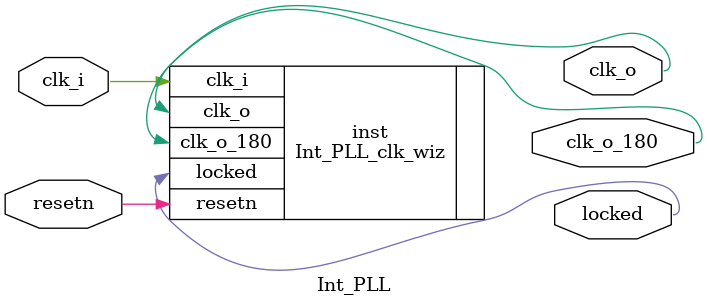
<source format=v>


`timescale 1ps/1ps

(* CORE_GENERATION_INFO = "Int_PLL,clk_wiz_v6_0_12_0_0,{component_name=Int_PLL,use_phase_alignment=true,use_min_o_jitter=false,use_max_i_jitter=false,use_dyn_phase_shift=false,use_inclk_switchover=false,use_dyn_reconfig=false,enable_axi=0,feedback_source=FDBK_AUTO,PRIMITIVE=PLL,num_out_clk=2,clkin1_period=10.000,clkin2_period=10.000,use_power_down=false,use_reset=true,use_locked=true,use_inclk_stopped=false,feedback_type=SINGLE,CLOCK_MGR_TYPE=NA,manual_override=false}" *)

module Int_PLL 
 (
  // Clock out ports
  output        clk_o,
  output        clk_o_180,
  // Status and control signals
  input         resetn,
  output        locked,
 // Clock in ports
  input         clk_i
 );

  Int_PLL_clk_wiz inst
  (
  // Clock out ports  
  .clk_o(clk_o),
  .clk_o_180(clk_o_180),
  // Status and control signals               
  .resetn(resetn), 
  .locked(locked),
 // Clock in ports
  .clk_i(clk_i)
  );

endmodule

</source>
